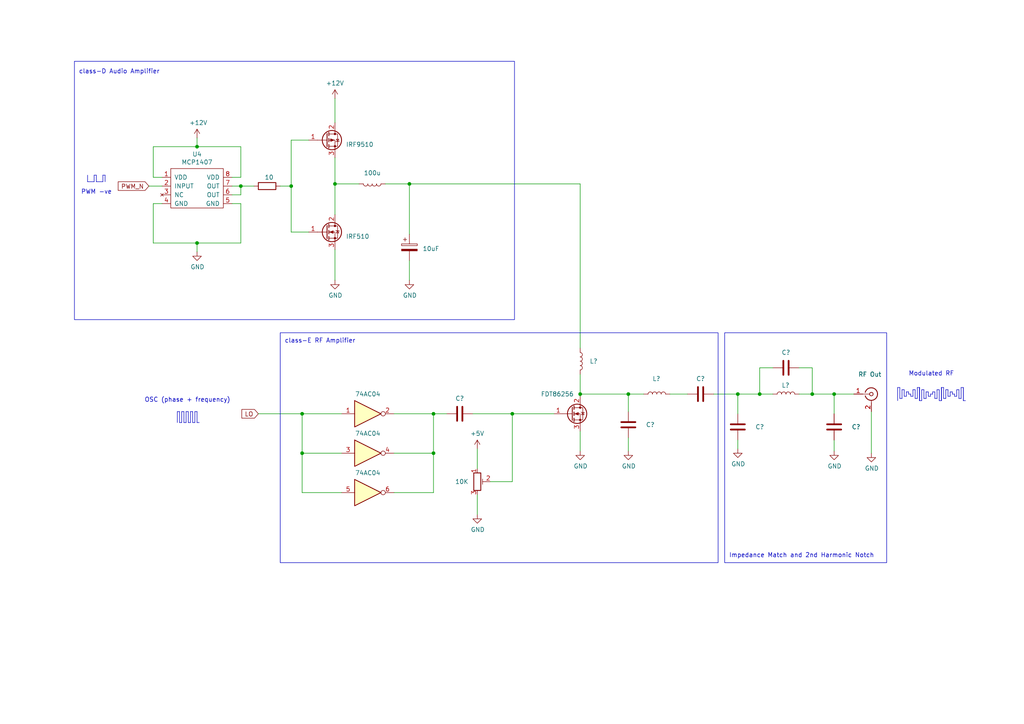
<source format=kicad_sch>
(kicad_sch (version 20230121) (generator eeschema)
  (paper "A4")
  (lib_symbols
    (symbol "74xx:74HC04"
      (property "Reference" "U" (at 0 1.27 0))
      (property "Value" "74HC04" (at 0 -1.27 0))
      (symbol "74HC04_1_0"
        (polyline (pts (xy -3.81 3.81) (xy -3.81 -3.81) (xy 3.81 0) (xy -3.81 3.81)) (stroke (width 0.254)) (fill (type background)))
        (pin input line (at -7.62 0 0) (length 3.81) (name "~") (number "1"))
        (pin output inverted (at 7.62 0 180) (length 3.81) (name "~") (number "2"))
      )
      (symbol "74HC04_2_0"
        (polyline (pts (xy -3.81 3.81) (xy -3.81 -3.81) (xy 3.81 0) (xy -3.81 3.81)) (stroke (width 0.254)) (fill (type background)))
        (pin input line (at -7.62 0 0) (length 3.81) (name "~") (number "3"))
        (pin output inverted (at 7.62 0 180) (length 3.81) (name "~") (number "4"))
      )
      (symbol "74HC04_3_0"
        (polyline (pts (xy -3.81 3.81) (xy -3.81 -3.81) (xy 3.81 0) (xy -3.81 3.81)) (stroke (width 0.254)) (fill (type background)))
        (pin input line (at -7.62 0 0) (length 3.81) (name "~") (number "5"))
        (pin output inverted (at 7.62 0 180) (length 3.81) (name "~") (number "6"))
      )
      (symbol "74HC04_4_0"
        (polyline (pts (xy -3.81 3.81) (xy -3.81 -3.81) (xy 3.81 0) (xy -3.81 3.81)) (stroke (width 0.254)) (fill (type background)))
        (pin output inverted (at 7.62 0 180) (length 3.81) (name "~") (number "8"))
        (pin input line (at -7.62 0 0) (length 3.81) (name "~") (number "9"))
      )
      (symbol "74HC04_5_0"
        (polyline (pts (xy -3.81 3.81) (xy -3.81 -3.81) (xy 3.81 0) (xy -3.81 3.81)) (stroke (width 0.254)) (fill (type background)))
        (pin output inverted (at 7.62 0 180) (length 3.81) (name "~") (number "10"))
        (pin input line (at -7.62 0 0) (length 3.81) (name "~") (number "11"))
      )
      (symbol "74HC04_6_0"
        (polyline (pts (xy -3.81 3.81) (xy -3.81 -3.81) (xy 3.81 0) (xy -3.81 3.81)) (stroke (width 0.254)) (fill (type background)))
        (pin output inverted (at 7.62 0 180) (length 3.81) (name "~") (number "12"))
        (pin input line (at -7.62 0 0) (length 3.81) (name "~") (number "13"))
      )
      (symbol "74HC04_7_0"
        (pin power_in line (at 0 12.7 270) (length 5.08) (name "VCC") (number "14"))
        (pin power_in line (at 0 -12.7 90) (length 5.08) (name "GND") (number "7"))
      )
      (symbol "74HC04_7_1"
        (rectangle (start -5.08 7.62) (end 5.08 -7.62) (stroke (width 0.254)) (fill (type background)))
      )
    )
    (symbol "Connector:Conn_Coaxial" (pin_names (offset 1.016) hide)
      (property "Reference" "J" (at 0.254 3.048 0))
      (property "Value" "Conn_Coaxial" (at 2.921 0 90))
      (symbol "Conn_Coaxial_0_1"
        (arc (start -1.778 -0.508) (mid 0.2311 -1.8066) (end 1.778 0) (stroke (width 0.254)))
        (polyline (pts (xy -2.54 0) (xy -0.508 0)))
        (polyline (pts (xy 0 -2.54) (xy 0 -1.778)))
        (circle (center 0 0) (radius 0.508) (stroke (width 0.2032)))
        (arc (start 1.778 0) (mid 0.2099 1.8101) (end -1.778 0.508) (stroke (width 0.254)))
      )
      (symbol "Conn_Coaxial_1_1"
        (pin passive line (at -5.08 0 0) (length 2.54) (name "In") (number "1"))
        (pin passive line (at 0 -5.08 90) (length 2.54) (name "Ext") (number "2"))
      )
    )
    (symbol "Device:C" (pin_numbers hide) (pin_names (offset 0.254))
      (property "Reference" "C" (at 0.635 2.54 0))
      (property "Value" "C" (at 0.635 -2.54 0))
      (symbol "C_0_1"
        (polyline (pts (xy -2.032 -0.762) (xy 2.032 -0.762)) (stroke (width 0.508)))
        (polyline (pts (xy -2.032 0.762) (xy 2.032 0.762)) (stroke (width 0.508)))
      )
      (symbol "C_1_1"
        (pin passive line (at 0 3.81 270) (length 2.794) (name "~") (number "1"))
        (pin passive line (at 0 -3.81 90) (length 2.794) (name "~") (number "2"))
      )
    )
    (symbol "Device:C_Polarized" (pin_numbers hide) (pin_names (offset 0.254))
      (property "Reference" "C" (at 0.635 2.54 0))
      (property "Value" "C_Polarized" (at 0.635 -2.54 0))
      (symbol "C_Polarized_0_1"
        (rectangle (start -2.286 0.508) (end 2.286 1.016))
        (polyline (pts (xy -1.778 2.286) (xy -0.762 2.286)))
        (polyline (pts (xy -1.27 2.794) (xy -1.27 1.778)))
        (rectangle (start 2.286 -0.508) (end -2.286 -1.016) (fill (type outline)))
      )
      (symbol "C_Polarized_1_1"
        (pin passive line (at 0 3.81 270) (length 2.794) (name "~") (number "1"))
        (pin passive line (at 0 -3.81 90) (length 2.794) (name "~") (number "2"))
      )
    )
    (symbol "Device:L" (pin_numbers hide) (pin_names (offset 1.016) hide)
      (property "Reference" "L" (at -1.27 0 90))
      (property "Value" "L" (at 1.905 0 90))
      (symbol "L_0_1"
        (arc (start 0 -2.54) (mid 0.6323 -1.905) (end 0 -1.27))
        (arc (start 0 -1.27) (mid 0.6323 -0.635) (end 0 0))
        (arc (start 0 0) (mid 0.6323 0.635) (end 0 1.27))
        (arc (start 0 1.27) (mid 0.6323 1.905) (end 0 2.54))
      )
      (symbol "L_1_1"
        (pin passive line (at 0 3.81 270) (length 1.27) (name "1") (number "1"))
        (pin passive line (at 0 -3.81 90) (length 1.27) (name "2") (number "2"))
      )
    )
    (symbol "Device:R" (pin_numbers hide) (pin_names (offset 0))
      (property "Reference" "R" (at 2.032 0 90))
      (property "Value" "R" (at 0 0 90))
      (symbol "R_0_1"
        (rectangle (start -1.016 -2.54) (end 1.016 2.54) (stroke (width 0.254)))
      )
      (symbol "R_1_1"
        (pin passive line (at 0 3.81 270) (length 1.27) (name "~") (number "1"))
        (pin passive line (at 0 -3.81 90) (length 1.27) (name "~") (number "2"))
      )
    )
    (symbol "Device:R_Potentiometer_Trim" (pin_names (offset 1.016) hide)
      (property "Reference" "RV" (at -4.445 0 90))
      (property "Value" "R_Potentiometer_Trim" (at -2.54 0 90))
      (symbol "R_Potentiometer_Trim_0_1"
        (polyline (pts (xy 1.524 0.762) (xy 1.524 -0.762)))
        (polyline (pts (xy 2.54 0) (xy 1.524 0)))
        (rectangle (start 1.016 2.54) (end -1.016 -2.54) (stroke (width 0.254)))
      )
      (symbol "R_Potentiometer_Trim_1_1"
        (pin passive line (at 0 3.81 270) (length 1.27) (name "1") (number "1"))
        (pin passive line (at 3.81 0 180) (length 1.27) (name "2") (number "2"))
        (pin passive line (at 0 -3.81 90) (length 1.27) (name "3") (number "3"))
      )
    )
    (symbol "Transistor_FET:IRF540N" (pin_names hide)
      (property "Reference" "Q" (at 6.35 1.905 0))
      (property "Value" "IRF540N" (at 6.35 0 0))
      (symbol "IRF540N_0_1"
        (polyline (pts (xy 0.254 0) (xy -2.54 0)))
        (polyline (pts (xy 0.254 1.905) (xy 0.254 -1.905)) (stroke (width 0.254)))
        (polyline (pts (xy 0.762 -1.27) (xy 0.762 -2.286)) (stroke (width 0.254)))
        (polyline (pts (xy 0.762 0.508) (xy 0.762 -0.508)) (stroke (width 0.254)))
        (polyline (pts (xy 0.762 2.286) (xy 0.762 1.27)) (stroke (width 0.254)))
        (polyline (pts (xy 2.54 2.54) (xy 2.54 1.778)))
        (polyline (pts (xy 2.54 -2.54) (xy 2.54 0) (xy 0.762 0)))
        (polyline (pts (xy 0.762 -1.778) (xy 3.302 -1.778) (xy 3.302 1.778) (xy 0.762 1.778)))
        (polyline (pts (xy 1.016 0) (xy 2.032 0.381) (xy 2.032 -0.381) (xy 1.016 0)) (fill (type outline)))
        (polyline (pts (xy 2.794 0.508) (xy 2.921 0.381) (xy 3.683 0.381) (xy 3.81 0.254)))
        (polyline (pts (xy 3.302 0.381) (xy 2.921 -0.254) (xy 3.683 -0.254) (xy 3.302 0.381)))
        (circle (center 1.651 0) (radius 2.794) (stroke (width 0.254)))
        (circle (center 2.54 -1.778) (radius 0.254) (fill (type outline)))
        (circle (center 2.54 1.778) (radius 0.254) (fill (type outline)))
      )
      (symbol "IRF540N_1_1"
        (pin input line (at -5.08 0 0) (length 2.54) (name "G") (number "1"))
        (pin passive line (at 2.54 5.08 270) (length 2.54) (name "D") (number "2"))
        (pin passive line (at 2.54 -5.08 90) (length 2.54) (name "S") (number "3"))
      )
    )
    (symbol "Transistor_FET:IRF9540N" (pin_names hide)
      (property "Reference" "Q" (at 5.08 1.905 0))
      (property "Value" "IRF9540N" (at 5.08 0 0))
      (symbol "IRF9540N_0_1"
        (polyline (pts (xy 0.254 0) (xy -2.54 0)))
        (polyline (pts (xy 0.254 1.905) (xy 0.254 -1.905)) (stroke (width 0.254)))
        (polyline (pts (xy 0.762 -1.27) (xy 0.762 -2.286)) (stroke (width 0.254)))
        (polyline (pts (xy 0.762 0.508) (xy 0.762 -0.508)) (stroke (width 0.254)))
        (polyline (pts (xy 0.762 2.286) (xy 0.762 1.27)) (stroke (width 0.254)))
        (polyline (pts (xy 2.54 2.54) (xy 2.54 1.778)))
        (polyline (pts (xy 2.54 -2.54) (xy 2.54 0) (xy 0.762 0)))
        (polyline (pts (xy 0.762 1.778) (xy 3.302 1.778) (xy 3.302 -1.778) (xy 0.762 -1.778)))
        (polyline (pts (xy 2.286 0) (xy 1.27 0.381) (xy 1.27 -0.381) (xy 2.286 0)) (fill (type outline)))
        (polyline (pts (xy 2.794 -0.508) (xy 2.921 -0.381) (xy 3.683 -0.381) (xy 3.81 -0.254)))
        (polyline (pts (xy 3.302 -0.381) (xy 2.921 0.254) (xy 3.683 0.254) (xy 3.302 -0.381)))
        (circle (center 1.651 0) (radius 2.794) (stroke (width 0.254)))
        (circle (center 2.54 -1.778) (radius 0.254) (fill (type outline)))
        (circle (center 2.54 1.778) (radius 0.254) (fill (type outline)))
      )
      (symbol "IRF9540N_1_1"
        (pin input line (at -5.08 0 0) (length 2.54) (name "G") (number "1"))
        (pin passive line (at 2.54 5.08 270) (length 2.54) (name "D") (number "2"))
        (pin passive line (at 2.54 -5.08 90) (length 2.54) (name "S") (number "3"))
      )
    )
    (symbol "power:+12V" (power) (pin_names (offset 0))
      (property "Value" "+12V" (at 0 3.556 0))
      (symbol "+12V_0_1"
        (polyline (pts (xy -0.762 1.27) (xy 0 2.54)))
        (polyline (pts (xy 0 0) (xy 0 2.54)))
        (polyline (pts (xy 0 2.54) (xy 0.762 1.27)))
      )
      (symbol "+12V_1_1"
        (pin power_in line (at 0 0 90) (length 0) hide (name "+12V") (number "1"))
      )
    )
    (symbol "power:+5V" (power) (pin_names (offset 0))
      (property "Value" "+5V" (at 0 3.556 0))
      (symbol "+5V_0_1"
        (polyline (pts (xy -0.762 1.27) (xy 0 2.54)))
        (polyline (pts (xy 0 0) (xy 0 2.54)))
        (polyline (pts (xy 0 2.54) (xy 0.762 1.27)))
      )
      (symbol "+5V_1_1"
        (pin power_in line (at 0 0 90) (length 0) hide (name "+5V") (number "1"))
      )
    )
    (symbol "power:GND" (power) (pin_names (offset 0))
      (property "Value" "GND" (at 0 -3.81 0))
      (symbol "GND_0_1"
        (polyline (pts (xy 0 0) (xy 0 -1.27) (xy 1.27 -1.27) (xy 0 -2.54) (xy -1.27 -1.27) (xy 0 -1.27)))
      )
      (symbol "GND_1_1"
        (pin power_in line (at 0 0 270) (length 0) hide (name "GND") (number "1"))
      )
    )
    (symbol "xcvr_components:MCP1406" (pin_names (offset 1.016))
      (property "Reference" "U3" (at 0 2.8956 0))
      (property "Value" "MCP1407" (at 0 0.5842 0))
      (symbol "MCP1406_0_1"
        (rectangle (start -7.62 -1.27) (end 7.62 -12.7))
      )
      (symbol "MCP1406_1_1"
        (pin power_in line (at -10.16 -3.81 0) (length 2.54) (name "VDD") (number "1"))
        (pin input line (at -10.16 -6.35 0) (length 2.54) (name "INPUT") (number "2"))
        (pin no_connect line (at -10.16 -8.89 0) (length 2.54) (name "NC") (number "3"))
        (pin power_in line (at -10.16 -11.43 0) (length 2.54) (name "GND") (number "4"))
        (pin power_in line (at 10.16 -11.43 180) (length 2.54) (name "GND") (number "5"))
        (pin output line (at 10.16 -8.89 180) (length 2.54) (name "OUT") (number "6"))
        (pin output line (at 10.16 -6.35 180) (length 2.54) (name "OUT") (number "7"))
        (pin power_in line (at 10.16 -3.81 180) (length 2.54) (name "VDD") (number "8"))
      )
    )
  )
  (junction (at 87.63 120.015))
  (junction (at 118.745 53.34))
  (junction (at 125.73 131.445))
  (junction (at 220.345 114.3))
  (junction (at 125.73 120.015))
  (junction (at 87.63 131.445))
  (junction (at 182.245 114.3))
  (junction (at 57.15 42.545))
  (junction (at 235.585 114.3))
  (junction (at 97.155 53.34))
  (junction (at 168.275 114.3))
  (junction (at 84.455 53.975))
  (junction (at 213.995 114.3))
  (junction (at 69.85 53.975))
  (junction (at 148.59 120.015))
  (junction (at 241.935 114.3))
  (junction (at 57.15 70.485))
  (wire (pts (xy 46.99 51.435) (xy 44.45 51.435)))
  (polyline (pts (xy 269.875 114.935) (xy 269.875 114.3)))
  (polyline (pts (xy 55.88 119.38) (xy 55.88 122.555)))
  (polyline (pts (xy 266.7 116.205) (xy 267.335 116.205)))
  (wire (pts (xy 220.345 114.3) (xy 224.155 114.3)))
  (wire (pts (xy 168.275 108.585) (xy 168.275 114.3)))
  (wire (pts (xy 207.01 114.3) (xy 213.995 114.3)))
  (wire (pts (xy 129.54 120.015) (xy 125.73 120.015)))
  (wire (pts (xy 44.45 51.435) (xy 44.45 42.545)))
  (polyline (pts (xy 27.305 52.705) (xy 27.305 50.8)))
  (wire (pts (xy 57.15 70.485) (xy 57.15 73.025)))
  (wire (pts (xy 142.24 139.7) (xy 148.59 139.7)))
  (polyline (pts (xy 25.4 50.8) (xy 25.4 52.705)))
  (polyline (pts (xy 53.34 122.555) (xy 53.975 122.555)))
  (polyline (pts (xy 29.845 52.705) (xy 29.845 50.8)))
  (wire (pts (xy 235.585 114.3) (xy 241.935 114.3)))
  (polyline (pts (xy 271.78 115.57) (xy 271.78 113.03)))
  (wire (pts (xy 43.18 53.975) (xy 46.99 53.975)))
  (polyline (pts (xy 271.145 115.57) (xy 271.145 113.665)))
  (polyline (pts (xy 27.305 50.8) (xy 27.94 50.8)))
  (polyline (pts (xy 263.525 114.3) (xy 264.16 114.3)))
  (polyline (pts (xy 263.525 113.665) (xy 263.525 114.3)))
  (polyline (pts (xy 273.685 115.57) (xy 274.32 115.57)))
  (polyline (pts (xy 267.335 116.205) (xy 267.335 113.03)))
  (polyline (pts (xy 264.795 113.03) (xy 265.43 113.03)))
  (wire (pts (xy 220.345 106.68) (xy 220.345 114.3)))
  (polyline (pts (xy 273.05 116.205) (xy 273.05 112.395)))
  (wire (pts (xy 44.45 70.485) (xy 44.45 59.055)))
  (wire (pts (xy 148.59 139.7) (xy 148.59 120.015)))
  (polyline (pts (xy 272.415 113.03) (xy 272.415 116.205)))
  (polyline (pts (xy 54.61 119.38) (xy 54.61 122.555)))
  (wire (pts (xy 168.275 125.095) (xy 168.275 130.81)))
  (polyline (pts (xy 27.94 50.8) (xy 27.94 52.705)))
  (wire (pts (xy 168.275 114.3) (xy 168.275 114.935)))
  (polyline (pts (xy 25.4 52.705) (xy 27.305 52.705)))
  (wire (pts (xy 57.15 42.545) (xy 69.85 42.545)))
  (wire (pts (xy 69.85 53.975) (xy 73.66 53.975)))
  (wire (pts (xy 87.63 142.875) (xy 87.63 131.445)))
  (polyline (pts (xy 273.685 112.395) (xy 273.685 115.57)))
  (polyline (pts (xy 274.955 113.03) (xy 274.955 114.935)))
  (polyline (pts (xy 262.255 114.935) (xy 262.89 114.935)))
  (polyline (pts (xy 272.415 116.205) (xy 273.05 116.205)))
  (polyline (pts (xy 51.435 119.38) (xy 52.07 119.38)))
  (polyline (pts (xy 268.605 113.665) (xy 269.24 113.665)))
  (wire (pts (xy 84.455 53.975) (xy 84.455 67.31)))
  (polyline (pts (xy 262.89 113.665) (xy 263.525 113.665)))
  (polyline (pts (xy 53.975 122.555) (xy 53.975 119.38)))
  (wire (pts (xy 97.155 28.575) (xy 97.155 35.56)))
  (polyline (pts (xy 57.15 122.555) (xy 57.785 122.555)))
  (wire (pts (xy 213.995 114.3) (xy 213.995 120.015)))
  (polyline (pts (xy 273.05 116.205) (xy 273.05 112.395)))
  (polyline (pts (xy 53.34 119.38) (xy 53.34 122.555)))
  (wire (pts (xy 67.31 59.055) (xy 69.85 59.055)))
  (wire (pts (xy 224.155 106.68) (xy 220.345 106.68)))
  (wire (pts (xy 213.995 127.635) (xy 213.995 130.175)))
  (polyline (pts (xy 262.255 113.03) (xy 262.255 114.935)))
  (polyline (pts (xy 279.4 112.395) (xy 279.4 116.205)))
  (polyline (pts (xy 27.94 52.705) (xy 29.845 52.705)))
  (polyline (pts (xy 260.35 112.395) (xy 260.985 112.395)))
  (wire (pts (xy 125.73 120.015) (xy 114.3 120.015)))
  (wire (pts (xy 69.85 59.055) (xy 69.85 70.485)))
  (polyline (pts (xy 264.16 114.3) (xy 264.16 114.935)))
  (polyline (pts (xy 270.51 114.3) (xy 270.51 113.665)))
  (polyline (pts (xy 266.7 112.395) (xy 266.7 116.205)))
  (polyline (pts (xy 265.43 115.57) (xy 266.065 115.57)))
  (polyline (pts (xy 265.43 113.03) (xy 265.43 115.57)))
  (polyline (pts (xy 267.97 113.03) (xy 267.97 115.57)))
  (polyline (pts (xy 261.62 113.03) (xy 262.255 113.03)))
  (polyline (pts (xy 278.765 115.57) (xy 278.765 112.395)))
  (polyline (pts (xy 269.875 114.3) (xy 270.51 114.3)))
  (wire (pts (xy 97.155 53.34) (xy 97.155 62.23)))
  (polyline (pts (xy 260.985 112.395) (xy 260.985 115.57)))
  (polyline (pts (xy 279.4 112.395) (xy 279.4 116.205)))
  (polyline (pts (xy 279.4 116.205) (xy 280.035 116.205)))
  (wire (pts (xy 69.85 70.485) (xy 57.15 70.485)))
  (wire (pts (xy 160.655 120.015) (xy 148.59 120.015)))
  (wire (pts (xy 97.155 53.34) (xy 104.14 53.34)))
  (polyline (pts (xy 261.62 115.57) (xy 261.62 113.03)))
  (polyline (pts (xy 266.065 115.57) (xy 266.065 112.395)))
  (wire (pts (xy 182.245 114.3) (xy 186.69 114.3)))
  (wire (pts (xy 57.15 70.485) (xy 44.45 70.485)))
  (polyline (pts (xy 30.48 50.8) (xy 30.48 52.705)))
  (wire (pts (xy 67.31 53.975) (xy 69.85 53.975)))
  (polyline (pts (xy 277.495 113.03) (xy 277.495 114.935)))
  (polyline (pts (xy 57.15 119.38) (xy 57.15 122.555)))
  (wire (pts (xy 252.73 119.38) (xy 252.73 131.445)))
  (polyline (pts (xy 267.335 113.03) (xy 267.97 113.03)))
  (wire (pts (xy 241.935 127.635) (xy 241.935 130.81)))
  (polyline (pts (xy 274.955 114.935) (xy 275.59 114.935)))
  (polyline (pts (xy 274.32 113.03) (xy 274.955 113.03)))
  (wire (pts (xy 194.31 114.3) (xy 199.39 114.3)))
  (polyline (pts (xy 276.86 114.3) (xy 276.86 114.935)))
  (polyline (pts (xy 52.07 119.38) (xy 52.07 122.555)))
  (wire (pts (xy 69.85 56.515) (xy 69.85 53.975)))
  (polyline (pts (xy 266.7 112.395) (xy 266.7 116.205)))
  (polyline (pts (xy 267.97 115.57) (xy 268.605 115.57)))
  (wire (pts (xy 84.455 67.31) (xy 89.535 67.31)))
  (polyline (pts (xy 269.24 114.935) (xy 269.875 114.935)))
  (polyline (pts (xy 275.59 114.935) (xy 275.59 113.665)))
  (polyline (pts (xy 52.07 122.555) (xy 52.705 122.555)))
  (wire (pts (xy 231.775 114.3) (xy 235.585 114.3)))
  (wire (pts (xy 213.995 114.3) (xy 220.345 114.3)))
  (wire (pts (xy 125.73 120.015) (xy 125.73 131.445)))
  (wire (pts (xy 111.76 53.34) (xy 118.745 53.34)))
  (polyline (pts (xy 29.845 50.8) (xy 30.48 50.8)))
  (wire (pts (xy 148.59 120.015) (xy 137.16 120.015)))
  (wire (pts (xy 84.455 40.64) (xy 84.455 53.975)))
  (polyline (pts (xy 275.59 113.665) (xy 276.225 113.665)))
  (polyline (pts (xy 269.24 113.665) (xy 269.24 114.935)))
  (polyline (pts (xy 278.13 115.57) (xy 278.765 115.57)))
  (wire (pts (xy 69.85 42.545) (xy 69.85 51.435)))
  (wire (pts (xy 89.535 40.64) (xy 84.455 40.64)))
  (polyline (pts (xy 55.88 122.555) (xy 56.515 122.555)))
  (wire (pts (xy 138.43 143.51) (xy 138.43 149.225)))
  (wire (pts (xy 125.73 131.445) (xy 125.73 142.875)))
  (wire (pts (xy 44.45 59.055) (xy 46.99 59.055)))
  (wire (pts (xy 235.585 106.68) (xy 235.585 114.3)))
  (polyline (pts (xy 276.86 114.935) (xy 277.495 114.935)))
  (wire (pts (xy 168.275 53.34) (xy 118.745 53.34)))
  (polyline (pts (xy 55.245 122.555) (xy 55.245 119.38)))
  (wire (pts (xy 114.3 142.875) (xy 125.73 142.875)))
  (polyline (pts (xy 266.065 112.395) (xy 266.7 112.395)))
  (wire (pts (xy 168.275 53.34) (xy 168.275 100.965)))
  (wire (pts (xy 182.245 127) (xy 182.245 130.81)))
  (polyline (pts (xy 276.225 114.3) (xy 276.86 114.3)))
  (polyline (pts (xy 260.35 116.205) (xy 260.35 112.395)))
  (wire (pts (xy 182.245 114.3) (xy 182.245 119.38)))
  (wire (pts (xy 97.155 72.39) (xy 97.155 81.28)))
  (wire (pts (xy 138.43 130.175) (xy 138.43 135.89)))
  (polyline (pts (xy 271.145 115.57) (xy 271.78 115.57)))
  (polyline (pts (xy 264.16 114.935) (xy 264.795 114.935)))
  (polyline (pts (xy 277.495 113.03) (xy 278.13 113.03)))
  (polyline (pts (xy 56.515 122.555) (xy 56.515 119.38)))
  (wire (pts (xy 97.155 45.72) (xy 97.155 53.34)))
  (wire (pts (xy 87.63 131.445) (xy 87.63 120.015)))
  (wire (pts (xy 87.63 131.445) (xy 99.06 131.445)))
  (polyline (pts (xy 278.765 112.395) (xy 279.4 112.395)))
  (polyline (pts (xy 264.795 113.03) (xy 264.795 114.935)))
  (wire (pts (xy 81.28 53.975) (xy 84.455 53.975)))
  (wire (pts (xy 118.745 53.34) (xy 118.745 67.945)))
  (polyline (pts (xy 56.515 119.38) (xy 57.15 119.38)))
  (wire (pts (xy 168.275 114.3) (xy 182.245 114.3)))
  (polyline (pts (xy 52.705 122.555) (xy 52.705 119.38)))
  (polyline (pts (xy 278.13 113.03) (xy 278.13 115.57)))
  (polyline (pts (xy 53.975 119.38) (xy 54.61 119.38)))
  (polyline (pts (xy 51.435 122.555) (xy 51.435 119.38)))
  (polyline (pts (xy 276.225 113.665) (xy 276.225 114.3)))
  (wire (pts (xy 74.93 120.015) (xy 87.63 120.015)))
  (polyline (pts (xy 262.89 114.935) (xy 262.89 113.665)))
  (polyline (pts (xy 260.985 115.57) (xy 261.62 115.57)))
  (wire (pts (xy 231.775 106.68) (xy 235.585 106.68)))
  (polyline (pts (xy 273.05 112.395) (xy 273.685 112.395)))
  (wire (pts (xy 114.3 131.445) (xy 125.73 131.445)))
  (wire (pts (xy 44.45 42.545) (xy 57.15 42.545)))
  (polyline (pts (xy 54.61 122.555) (xy 55.245 122.555)))
  (wire (pts (xy 241.935 114.3) (xy 241.935 120.015)))
  (polyline (pts (xy 274.32 115.57) (xy 274.32 113.03)))
  (wire (pts (xy 241.935 114.3) (xy 247.65 114.3)))
  (polyline (pts (xy 268.605 115.57) (xy 268.605 113.665)))
  (wire (pts (xy 87.63 120.015) (xy 99.06 120.015)))
  (wire (pts (xy 57.15 40.005) (xy 57.15 42.545)))
  (wire (pts (xy 118.745 75.565) (xy 118.745 81.28)))
  (wire (pts (xy 69.85 51.435) (xy 67.31 51.435)))
  (wire (pts (xy 67.31 56.515) (xy 69.85 56.515)))
  (polyline (pts (xy 271.78 113.03) (xy 272.415 113.03)))
  (polyline (pts (xy 270.51 113.665) (xy 271.145 113.665)))
  (polyline (pts (xy 52.705 119.38) (xy 53.34 119.38)))
  (wire (pts (xy 99.06 142.875) (xy 87.63 142.875)))
  (polyline (pts (xy 55.245 119.38) (xy 55.88 119.38)))
  (rectangle (start 210.185 96.52) (end 257.175 163.195))
  (rectangle (start 21.59 17.78) (end 149.225 92.71))
  (rectangle (start 81.28 96.52) (end 208.28 163.195))
  (text "class-D Audio Amplifier" (at 22.86 21.59 0) (effects (font (size 1.27 1.27)) (justify left bottom)))
  (text "Impedance Match and 2nd Harmonic Notch" (at 211.455 161.925 0) (effects (font (size 1.27 1.27)) (justify left bottom)))
  (text "OSC (phase + frequency)" (at 41.91 116.84 0) (effects (font (size 1.27 1.27)) (justify left bottom)))
  (text "class-E RF Amplifier" (at 82.55 99.695 0) (effects (font (size 1.27 1.27)) (justify left bottom)))
  (text "Modulated RF" (at 263.525 109.22 0) (effects (font (size 1.27 1.27)) (justify left bottom)))
  (text "PWM -ve" (at 23.495 56.515 0) (effects (font (size 1.27 1.27)) (justify left bottom)))
  (global_label "LO" (shape input) (at 74.93 120.015 180) (property "Intersheetrefs" "${INTERSHEET_REFS}" (effects hide)))
  (global_label "PWM_N" (shape input) (at 43.18 53.975 180) (property "Intersheetrefs" "${INTERSHEET_REFS}" (effects hide)))
  (symbol (lib_id "Device:C") (at 182.245 123.19 0) (unit 1)
    (property "Reference" "C?" (at 188.6204 123.19 0))
    (property "Value" "220n" (effects hide))
    (property "Footprint" "Capacitor_SMD:C_0805_2012Metric" (effects hide))
    (instances (project "RADIO" (path "" (reference "C?") (unit 1))) (project "transmitter" (path "" (reference "C20") (unit 1)) (path "" (reference "C1") (unit 1))))
  )
  (symbol (lib_id "74xx:74HC04") (at 106.68 131.445 0) (unit 2)
    (property "Reference" "U1" (effects hide))
    (property "Value" "74AC04" (at 106.68 125.73 0))
    (property "Datasheet" "https://assets.nexperia.com/documents/data-sheet/74HC_HCT04.pdf" (effects hide))
  )
  (symbol (lib_id "Device:C_Polarized") (at 118.745 71.755 0) (unit 1)
    (property "Reference" "C8" (effects hide))
    (property "Value" "10uF" (at 122.555 72.136 0) (effects (justify left)))
  )
  (symbol (lib_id "Device:C") (at 241.935 123.825 0) (unit 1)
    (property "Reference" "C?" (at 248.3104 123.825 0))
    (property "Value" "220n" (effects hide))
    (property "Footprint" "Capacitor_SMD:C_0805_2012Metric" (effects hide))
    (instances (project "RADIO" (path "" (reference "C?") (unit 1))) (project "transmitter" (path "" (reference "C20") (unit 1)) (path "" (reference "C5") (unit 1))))
  )
  (symbol (lib_id "power:GND") (at 97.155 81.28 0) (unit 1)
    (property "Reference" "#PWR?" (effects hide))
    (property "Value" "GND" (at 97.282 85.6742 0))
    (instances (project "RADIO" (path "" (reference "#PWR?") (unit 1))) (project "transmitter" (path "" (reference "#PWR027") (unit 1)) (path "" (reference "#PWR06") (unit 1))))
  )
  (symbol (lib_id "Transistor_FET:IRF540N") (at 165.735 120.015 0) (unit 1)
    (property "Reference" "Q3" (effects hide))
    (property "Value" "FDT86256" (at 156.845 114.3 0) (effects (justify left)))
    (property "Footprint" "Package_TO_SOT_THT:TO-220-3_Vertical" (effects hide))
    (property "Datasheet" "http://www.irf.com/product-info/datasheets/data/irf540n.pdf" (effects hide))
  )
  (symbol (lib_id "Device:L") (at 107.95 53.34 270) (unit 1)
    (property "Reference" "L?" (effects hide))
    (property "Value" "100u" (at 110.49 50.165 90) (effects (justify right)))
    (property "Footprint" "Inductor_SMD:L_0805_2012Metric_Pad1.05x1.20mm_HandSolder" (effects hide))
    (instances (project "RADIO" (path "" (reference "L?") (unit 1))) (project "transmitter" (path "" (reference "L10") (unit 1)) (path "" (reference "L3") (unit 1))))
  )
  (symbol (lib_id "Device:L") (at 190.5 114.3 90) (unit 1)
    (property "Reference" "L?" (at 189.23 109.855 90) (effects (justify right)))
    (property "Value" "2.2u" (effects hide))
    (property "Footprint" "Inductor_SMD:L_0805_2012Metric_Pad1.05x1.20mm_HandSolder" (effects hide))
    (instances (project "RADIO" (path "" (reference "L?") (unit 1))) (project "transmitter" (path "" (reference "L10") (unit 1)) (path "" (reference "L2") (unit 1))))
  )
  (symbol (lib_id "Connector:Conn_Coaxial") (at 252.73 114.3 0) (unit 1)
    (property "Reference" "J1" (effects hide))
    (property "Value" "RF Out" (at 248.92 108.585 0) (effects (justify left)))
    (property "Footprint" "Connector_Coaxial:SMA_Samtec_SMA-J-P-X-ST-EM1_EdgeMount" (effects hide))
    (property "Datasheet" " ~" (effects hide))
    (instances (project "transmitter" (path "" (reference "J1") (unit 1)) (path "" (reference "J3") (unit 1))))
  )
  (symbol (lib_id "Device:L") (at 227.965 114.3 90) (unit 1)
    (property "Reference" "L?" (at 226.695 111.76 90) (effects (justify right)))
    (property "Value" "2.2u" (effects hide))
    (property "Footprint" "Inductor_SMD:L_0805_2012Metric_Pad1.05x1.20mm_HandSolder" (effects hide))
    (instances (project "RADIO" (path "" (reference "L?") (unit 1))) (project "transmitter" (path "" (reference "L10") (unit 1)) (path "" (reference "L3") (unit 1))))
  )
  (symbol (lib_id "Device:C") (at 133.35 120.015 270) (unit 1)
    (property "Reference" "C?" (at 133.35 115.57 90))
    (property "Value" "220n" (effects hide))
    (property "Footprint" "Capacitor_SMD:C_0805_2012Metric" (effects hide))
    (instances (project "RADIO" (path "" (reference "C?") (unit 1))) (project "transmitter" (path "" (reference "C20") (unit 1)) (path "" (reference "C6") (unit 1))))
  )
  (symbol (lib_id "74xx:74HC04") (at 106.68 142.875 0) (unit 3)
    (property "Reference" "U1" (effects hide))
    (property "Value" "74AC04" (at 106.68 137.16 0))
    (property "Datasheet" "https://assets.nexperia.com/documents/data-sheet/74HC_HCT04.pdf" (effects hide))
  )
  (symbol (lib_id "power:GND") (at 118.745 81.28 0) (unit 1)
    (property "Reference" "#PWR?" (effects hide))
    (property "Value" "GND" (at 118.872 85.6742 0))
    (instances (project "RADIO" (path "" (reference "#PWR?") (unit 1))) (project "transmitter" (path "" (reference "#PWR027") (unit 1)) (path "" (reference "#PWR07") (unit 1))))
  )
  (symbol (lib_id "Device:R_Potentiometer_Trim") (at 138.43 139.7 0) (unit 1)
    (property "Reference" "RV1" (effects hide))
    (property "Value" "10K" (at 135.89 139.7 0) (effects (justify right)))
  )
  (symbol (lib_id "power:GND") (at 252.73 131.445 0) (unit 1)
    (property "Reference" "#PWR?" (effects hide))
    (property "Value" "GND" (at 252.857 135.8392 0))
    (instances (project "RADIO" (path "" (reference "#PWR?") (unit 1))) (project "transmitter" (path "" (reference "#PWR027") (unit 1)) (path "" (reference "#PWR012") (unit 1))))
  )
  (symbol (lib_id "xcvr_components:MCP1406") (at 57.15 47.625 0) (unit 1)
    (property "Reference" "U4" (at 57.15 44.7294 0))
    (property "Value" "MCP1407" (at 57.15 47.0408 0))
    (property "Footprint" "Package_SO:SOIC-8_3.9x4.9mm_P1.27mm" (effects hide))
    (property "Datasheet" "http://ww1.microchip.com/downloads/en/DeviceDoc/20002019C.pdf" (effects hide))
    (instances (project "tx_pa" (path "" (reference "U4") (unit 1))) (project "transmitter" (path "" (reference "U3") (unit 1))))
  )
  (symbol (lib_id "power:+5V") (at 138.43 130.175 0) (unit 1)
    (property "Reference" "#PWR02" (effects hide))
    (property "Value" "+5V" (at 138.43 125.73 0))
  )
  (symbol (lib_id "power:GND") (at 168.275 130.81 0) (unit 1)
    (property "Reference" "#PWR?" (effects hide))
    (property "Value" "GND" (at 168.402 135.2042 0))
    (instances (project "RADIO" (path "" (reference "#PWR?") (unit 1))) (project "transmitter" (path "" (reference "#PWR027") (unit 1)) (path "" (reference "#PWR08") (unit 1))))
  )
  (symbol (lib_id "Device:R") (at 77.47 53.975 270) (unit 1)
    (property "Reference" "R?" (effects hide))
    (property "Value" "10" (at 79.375 51.435 90) (effects (justify right)))
    (property "Footprint" "Resistor_SMD:R_0805_2012Metric" (effects hide))
    (instances (project "RADIO" (path "" (reference "R?") (unit 1))) (project "transmitter" (path "" (reference "R9") (unit 1)) (path "" (reference "R3") (unit 1))))
  )
  (symbol (lib_id "Device:C") (at 213.995 123.825 0) (unit 1)
    (property "Reference" "C?" (at 220.3704 123.825 0))
    (property "Value" "220n" (effects hide))
    (property "Footprint" "Capacitor_SMD:C_0805_2012Metric" (effects hide))
    (instances (project "RADIO" (path "" (reference "C?") (unit 1))) (project "transmitter" (path "" (reference "C20") (unit 1)) (path "" (reference "C3") (unit 1))))
  )
  (symbol (lib_id "power:GND") (at 182.245 130.81 0) (unit 1)
    (property "Reference" "#PWR?" (effects hide))
    (property "Value" "GND" (at 182.372 135.2042 0))
    (instances (project "RADIO" (path "" (reference "#PWR?") (unit 1))) (project "transmitter" (path "" (reference "#PWR027") (unit 1)) (path "" (reference "#PWR09") (unit 1))))
  )
  (symbol (lib_id "power:GND") (at 213.995 130.175 0) (unit 1)
    (property "Reference" "#PWR?" (effects hide))
    (property "Value" "GND" (at 214.122 134.5692 0))
    (instances (project "RADIO" (path "" (reference "#PWR?") (unit 1))) (project "transmitter" (path "" (reference "#PWR027") (unit 1)) (path "" (reference "#PWR010") (unit 1))))
  )
  (symbol (lib_id "Device:L") (at 168.275 104.775 0) (unit 1)
    (property "Reference" "L?" (at 173.355 104.775 0) (effects (justify right)))
    (property "Value" "2.2u" (effects hide))
    (property "Footprint" "Inductor_SMD:L_0805_2012Metric_Pad1.05x1.20mm_HandSolder" (effects hide))
    (instances (project "RADIO" (path "" (reference "L?") (unit 1))) (project "transmitter" (path "" (reference "L10") (unit 1)) (path "" (reference "L1") (unit 1))))
  )
  (symbol (lib_id "Device:C") (at 227.965 106.68 270) (unit 1)
    (property "Reference" "C?" (at 227.965 102.235 90))
    (property "Value" "220n" (effects hide))
    (property "Footprint" "Capacitor_SMD:C_0805_2012Metric" (effects hide))
    (instances (project "RADIO" (path "" (reference "C?") (unit 1))) (project "transmitter" (path "" (reference "C20") (unit 1)) (path "" (reference "C4") (unit 1))))
  )
  (symbol (lib_id "power:GND") (at 241.935 130.81 0) (unit 1)
    (property "Reference" "#PWR?" (effects hide))
    (property "Value" "GND" (at 242.062 135.2042 0))
    (instances (project "RADIO" (path "" (reference "#PWR?") (unit 1))) (project "transmitter" (path "" (reference "#PWR027") (unit 1)) (path "" (reference "#PWR011") (unit 1))))
  )
  (symbol (lib_id "Transistor_FET:IRF540N") (at 94.615 67.31 0) (unit 1)
    (property "Reference" "Q1" (effects hide))
    (property "Value" "IRF510" (at 100.33 68.58 0) (effects (justify left)))
    (property "Footprint" "Package_TO_SOT_THT:TO-220-3_Vertical" (effects hide))
    (property "Datasheet" "http://www.irf.com/product-info/datasheets/data/irf540n.pdf" (effects hide))
  )
  (symbol (lib_id "74xx:74HC04") (at 106.68 120.015 0) (unit 1)
    (property "Reference" "U1" (effects hide))
    (property "Value" "74AC04" (at 106.68 114.3 0))
    (property "Datasheet" "https://assets.nexperia.com/documents/data-sheet/74HC_HCT04.pdf" (effects hide))
  )
  (symbol (lib_id "power:GND") (at 57.15 73.025 0) (unit 1)
    (property "Reference" "#PWR038" (effects hide))
    (property "Value" "GND" (at 57.277 77.4192 0))
    (instances (project "tx_pa" (path "" (reference "#PWR038") (unit 1))) (project "transmitter" (path "" (reference "#PWR014") (unit 1))))
  )
  (symbol (lib_id "power:GND") (at 138.43 149.225 0) (unit 1)
    (property "Reference" "#PWR?" (effects hide))
    (property "Value" "GND" (at 138.557 153.6192 0))
    (instances (project "RADIO" (path "" (reference "#PWR?") (unit 1))) (project "transmitter" (path "" (reference "#PWR027") (unit 1)) (path "" (reference "#PWR01") (unit 1))))
  )
  (symbol (lib_id "Transistor_FET:IRF9540N") (at 94.615 40.64 0) (unit 1)
    (property "Reference" "Q2" (effects hide))
    (property "Value" "IRF9510" (at 100.33 41.91 0) (effects (justify left)))
    (property "Footprint" "Package_TO_SOT_THT:TO-220-3_Vertical" (effects hide))
    (property "Datasheet" "http://www.irf.com/product-info/datasheets/data/irf9540n.pdf" (effects hide))
  )
  (symbol (lib_id "power:+12V") (at 97.155 28.575 0) (unit 1)
    (property "Reference" "#PWR013" (effects hide))
    (property "Value" "+12V" (at 97.155 24.13 0))
  )
  (symbol (lib_id "power:+12V") (at 57.15 40.005 0) (unit 1)
    (property "Reference" "#PWR037" (effects hide))
    (property "Value" "+12V" (at 57.531 35.6108 0))
    (instances (project "tx_pa" (path "" (reference "#PWR037") (unit 1))) (project "transmitter" (path "" (reference "#PWR05") (unit 1))))
  )
  (symbol (lib_id "Device:C") (at 203.2 114.3 270) (unit 1)
    (property "Reference" "C?" (at 203.2 109.855 90))
    (property "Value" "220n" (effects hide))
    (property "Footprint" "Capacitor_SMD:C_0805_2012Metric" (effects hide))
    (instances (project "RADIO" (path "" (reference "C?") (unit 1))) (project "transmitter" (path "" (reference "C20") (unit 1)) (path "" (reference "C2") (unit 1))))
  )
)
</source>
